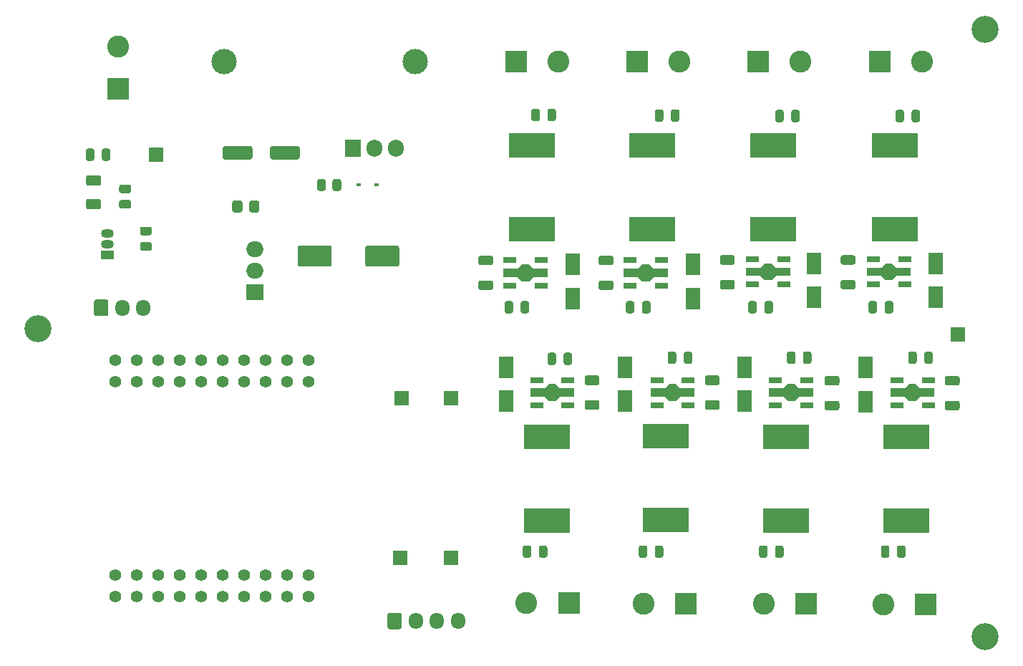
<source format=gts>
G04 #@! TF.GenerationSoftware,KiCad,Pcbnew,5.1.11-e4df9d881f~92~ubuntu20.04.1*
G04 #@! TF.CreationDate,2021-10-29T00:11:59+02:00*
G04 #@! TF.ProjectId,CC dimmer low voltage,43432064-696d-46d6-9572-206c6f772076,0.95*
G04 #@! TF.SameCoordinates,Original*
G04 #@! TF.FileFunction,Soldermask,Top*
G04 #@! TF.FilePolarity,Negative*
%FSLAX46Y46*%
G04 Gerber Fmt 4.6, Leading zero omitted, Abs format (unit mm)*
G04 Created by KiCad (PCBNEW 5.1.11-e4df9d881f~92~ubuntu20.04.1) date 2021-10-29 00:11:59*
%MOMM*%
%LPD*%
G01*
G04 APERTURE LIST*
%ADD10C,3.000000*%
%ADD11R,1.500000X0.700000*%
%ADD12C,0.150000*%
%ADD13C,1.400000*%
%ADD14R,1.700000X1.700000*%
%ADD15R,5.400000X2.900000*%
%ADD16R,1.800000X2.500000*%
%ADD17C,3.200000*%
%ADD18R,0.600000X0.450000*%
%ADD19O,1.700000X1.950000*%
%ADD20O,1.905000X2.000000*%
%ADD21R,1.905000X2.000000*%
%ADD22O,1.500000X1.050000*%
%ADD23R,1.500000X1.050000*%
%ADD24R,2.000000X1.905000*%
%ADD25O,2.000000X1.905000*%
%ADD26C,2.600000*%
%ADD27R,2.600000X2.600000*%
G04 APERTURE END LIST*
D10*
X145186400Y-47828200D03*
X122586400Y-47828200D03*
D11*
X185094000Y-74144000D03*
X185094000Y-71144000D03*
X188794000Y-74144000D03*
X188794000Y-71144000D03*
D12*
G36*
X186044000Y-73144000D02*
G01*
X184344000Y-73144000D01*
X184344000Y-72144000D01*
X186044000Y-72144000D01*
X186544000Y-71644000D01*
X187344000Y-71644000D01*
X187844000Y-72144000D01*
X189544000Y-72144000D01*
X189544000Y-73144000D01*
X187844000Y-73144000D01*
X187344000Y-73644000D01*
X186544000Y-73644000D01*
X186044000Y-73144000D01*
G37*
D13*
X132562600Y-83108800D03*
X132562600Y-85648800D03*
X130022600Y-83108800D03*
X130022600Y-85648800D03*
X127482600Y-83108800D03*
X127482600Y-85648800D03*
X124942600Y-83108800D03*
X124942600Y-85648800D03*
X122402600Y-83108800D03*
X122402600Y-85648800D03*
X119862600Y-83108800D03*
X119862600Y-85648800D03*
X117322600Y-83108800D03*
X117322600Y-85648800D03*
X114782600Y-83108800D03*
X114782600Y-85648800D03*
X112242600Y-83108800D03*
X112242600Y-85648800D03*
X109702600Y-83108800D03*
X109702600Y-85648800D03*
X132562600Y-108508800D03*
X132562600Y-111048800D03*
X130022600Y-108508800D03*
X130022600Y-111048800D03*
X127482600Y-108508800D03*
X127482600Y-111048800D03*
X124942600Y-108508800D03*
X124942600Y-111048800D03*
X122402600Y-108508800D03*
X122402600Y-111048800D03*
X119862600Y-108508800D03*
X119862600Y-111048800D03*
X117322600Y-108508800D03*
X117322600Y-111048800D03*
X114782600Y-108508800D03*
X114782600Y-111048800D03*
X112242600Y-108508800D03*
X112242600Y-111048800D03*
X109702600Y-111048800D03*
X109702600Y-108508800D03*
D14*
X149453600Y-106476800D03*
X149479000Y-87604600D03*
D15*
X174879000Y-92078000D03*
X174879000Y-101978000D03*
D16*
X198437500Y-83979000D03*
X198437500Y-87979000D03*
D17*
X212598000Y-43942000D03*
D16*
X170053000Y-87915500D03*
X170053000Y-83915500D03*
G36*
G01*
X157676000Y-77310000D02*
X157676000Y-76360000D01*
G75*
G02*
X157926000Y-76110000I250000J0D01*
G01*
X158426000Y-76110000D01*
G75*
G02*
X158676000Y-76360000I0J-250000D01*
G01*
X158676000Y-77310000D01*
G75*
G02*
X158426000Y-77560000I-250000J0D01*
G01*
X157926000Y-77560000D01*
G75*
G02*
X157676000Y-77310000I0J250000D01*
G01*
G37*
G36*
G01*
X155776000Y-77310000D02*
X155776000Y-76360000D01*
G75*
G02*
X156026000Y-76110000I250000J0D01*
G01*
X156526000Y-76110000D01*
G75*
G02*
X156776000Y-76360000I0J-250000D01*
G01*
X156776000Y-77310000D01*
G75*
G02*
X156526000Y-77560000I-250000J0D01*
G01*
X156026000Y-77560000D01*
G75*
G02*
X155776000Y-77310000I0J250000D01*
G01*
G37*
G36*
G01*
X161851000Y-53627000D02*
X161851000Y-54577000D01*
G75*
G02*
X161601000Y-54827000I-250000J0D01*
G01*
X161101000Y-54827000D01*
G75*
G02*
X160851000Y-54577000I0J250000D01*
G01*
X160851000Y-53627000D01*
G75*
G02*
X161101000Y-53377000I250000J0D01*
G01*
X161601000Y-53377000D01*
G75*
G02*
X161851000Y-53627000I0J-250000D01*
G01*
G37*
G36*
G01*
X159951000Y-53627000D02*
X159951000Y-54577000D01*
G75*
G02*
X159701000Y-54827000I-250000J0D01*
G01*
X159201000Y-54827000D01*
G75*
G02*
X158951000Y-54577000I0J250000D01*
G01*
X158951000Y-53627000D01*
G75*
G02*
X159201000Y-53377000I250000J0D01*
G01*
X159701000Y-53377000D01*
G75*
G02*
X159951000Y-53627000I0J-250000D01*
G01*
G37*
G36*
G01*
X170127000Y-77310000D02*
X170127000Y-76360000D01*
G75*
G02*
X170377000Y-76110000I250000J0D01*
G01*
X170877000Y-76110000D01*
G75*
G02*
X171127000Y-76360000I0J-250000D01*
G01*
X171127000Y-77310000D01*
G75*
G02*
X170877000Y-77560000I-250000J0D01*
G01*
X170377000Y-77560000D01*
G75*
G02*
X170127000Y-77310000I0J250000D01*
G01*
G37*
G36*
G01*
X172027000Y-77310000D02*
X172027000Y-76360000D01*
G75*
G02*
X172277000Y-76110000I250000J0D01*
G01*
X172777000Y-76110000D01*
G75*
G02*
X173027000Y-76360000I0J-250000D01*
G01*
X173027000Y-77310000D01*
G75*
G02*
X172777000Y-77560000I-250000J0D01*
G01*
X172277000Y-77560000D01*
G75*
G02*
X172027000Y-77310000I0J250000D01*
G01*
G37*
G36*
G01*
X176456000Y-53690500D02*
X176456000Y-54640500D01*
G75*
G02*
X176206000Y-54890500I-250000J0D01*
G01*
X175706000Y-54890500D01*
G75*
G02*
X175456000Y-54640500I0J250000D01*
G01*
X175456000Y-53690500D01*
G75*
G02*
X175706000Y-53440500I250000J0D01*
G01*
X176206000Y-53440500D01*
G75*
G02*
X176456000Y-53690500I0J-250000D01*
G01*
G37*
G36*
G01*
X174556000Y-53690500D02*
X174556000Y-54640500D01*
G75*
G02*
X174306000Y-54890500I-250000J0D01*
G01*
X173806000Y-54890500D01*
G75*
G02*
X173556000Y-54640500I0J250000D01*
G01*
X173556000Y-53690500D01*
G75*
G02*
X173806000Y-53440500I250000J0D01*
G01*
X174306000Y-53440500D01*
G75*
G02*
X174556000Y-53690500I0J-250000D01*
G01*
G37*
G36*
G01*
X184605000Y-77310000D02*
X184605000Y-76360000D01*
G75*
G02*
X184855000Y-76110000I250000J0D01*
G01*
X185355000Y-76110000D01*
G75*
G02*
X185605000Y-76360000I0J-250000D01*
G01*
X185605000Y-77310000D01*
G75*
G02*
X185355000Y-77560000I-250000J0D01*
G01*
X184855000Y-77560000D01*
G75*
G02*
X184605000Y-77310000I0J250000D01*
G01*
G37*
G36*
G01*
X186505000Y-77310000D02*
X186505000Y-76360000D01*
G75*
G02*
X186755000Y-76110000I250000J0D01*
G01*
X187255000Y-76110000D01*
G75*
G02*
X187505000Y-76360000I0J-250000D01*
G01*
X187505000Y-77310000D01*
G75*
G02*
X187255000Y-77560000I-250000J0D01*
G01*
X186755000Y-77560000D01*
G75*
G02*
X186505000Y-77310000I0J250000D01*
G01*
G37*
G36*
G01*
X188780000Y-53754000D02*
X188780000Y-54704000D01*
G75*
G02*
X188530000Y-54954000I-250000J0D01*
G01*
X188030000Y-54954000D01*
G75*
G02*
X187780000Y-54704000I0J250000D01*
G01*
X187780000Y-53754000D01*
G75*
G02*
X188030000Y-53504000I250000J0D01*
G01*
X188530000Y-53504000D01*
G75*
G02*
X188780000Y-53754000I0J-250000D01*
G01*
G37*
G36*
G01*
X190680000Y-53754000D02*
X190680000Y-54704000D01*
G75*
G02*
X190430000Y-54954000I-250000J0D01*
G01*
X189930000Y-54954000D01*
G75*
G02*
X189680000Y-54704000I0J250000D01*
G01*
X189680000Y-53754000D01*
G75*
G02*
X189930000Y-53504000I250000J0D01*
G01*
X190430000Y-53504000D01*
G75*
G02*
X190680000Y-53754000I0J-250000D01*
G01*
G37*
G36*
G01*
X200729000Y-77310000D02*
X200729000Y-76360000D01*
G75*
G02*
X200979000Y-76110000I250000J0D01*
G01*
X201479000Y-76110000D01*
G75*
G02*
X201729000Y-76360000I0J-250000D01*
G01*
X201729000Y-77310000D01*
G75*
G02*
X201479000Y-77560000I-250000J0D01*
G01*
X200979000Y-77560000D01*
G75*
G02*
X200729000Y-77310000I0J250000D01*
G01*
G37*
G36*
G01*
X198829000Y-77310000D02*
X198829000Y-76360000D01*
G75*
G02*
X199079000Y-76110000I250000J0D01*
G01*
X199579000Y-76110000D01*
G75*
G02*
X199829000Y-76360000I0J-250000D01*
G01*
X199829000Y-77310000D01*
G75*
G02*
X199579000Y-77560000I-250000J0D01*
G01*
X199079000Y-77560000D01*
G75*
G02*
X198829000Y-77310000I0J250000D01*
G01*
G37*
G36*
G01*
X204904000Y-53754000D02*
X204904000Y-54704000D01*
G75*
G02*
X204654000Y-54954000I-250000J0D01*
G01*
X204154000Y-54954000D01*
G75*
G02*
X203904000Y-54704000I0J250000D01*
G01*
X203904000Y-53754000D01*
G75*
G02*
X204154000Y-53504000I250000J0D01*
G01*
X204654000Y-53504000D01*
G75*
G02*
X204904000Y-53754000I0J-250000D01*
G01*
G37*
G36*
G01*
X203004000Y-53754000D02*
X203004000Y-54704000D01*
G75*
G02*
X202754000Y-54954000I-250000J0D01*
G01*
X202254000Y-54954000D01*
G75*
G02*
X202004000Y-54704000I0J250000D01*
G01*
X202004000Y-53754000D01*
G75*
G02*
X202254000Y-53504000I250000J0D01*
G01*
X202754000Y-53504000D01*
G75*
G02*
X203004000Y-53754000I0J-250000D01*
G01*
G37*
G36*
G01*
X204528000Y-82329000D02*
X204528000Y-83279000D01*
G75*
G02*
X204278000Y-83529000I-250000J0D01*
G01*
X203778000Y-83529000D01*
G75*
G02*
X203528000Y-83279000I0J250000D01*
G01*
X203528000Y-82329000D01*
G75*
G02*
X203778000Y-82079000I250000J0D01*
G01*
X204278000Y-82079000D01*
G75*
G02*
X204528000Y-82329000I0J-250000D01*
G01*
G37*
G36*
G01*
X206428000Y-82329000D02*
X206428000Y-83279000D01*
G75*
G02*
X206178000Y-83529000I-250000J0D01*
G01*
X205678000Y-83529000D01*
G75*
G02*
X205428000Y-83279000I0J250000D01*
G01*
X205428000Y-82329000D01*
G75*
G02*
X205678000Y-82079000I250000J0D01*
G01*
X206178000Y-82079000D01*
G75*
G02*
X206428000Y-82329000I0J-250000D01*
G01*
G37*
G36*
G01*
X203189500Y-105252500D02*
X203189500Y-106202500D01*
G75*
G02*
X202939500Y-106452500I-250000J0D01*
G01*
X202439500Y-106452500D01*
G75*
G02*
X202189500Y-106202500I0J250000D01*
G01*
X202189500Y-105252500D01*
G75*
G02*
X202439500Y-105002500I250000J0D01*
G01*
X202939500Y-105002500D01*
G75*
G02*
X203189500Y-105252500I0J-250000D01*
G01*
G37*
G36*
G01*
X201289500Y-105252500D02*
X201289500Y-106202500D01*
G75*
G02*
X201039500Y-106452500I-250000J0D01*
G01*
X200539500Y-106452500D01*
G75*
G02*
X200289500Y-106202500I0J250000D01*
G01*
X200289500Y-105252500D01*
G75*
G02*
X200539500Y-105002500I250000J0D01*
G01*
X201039500Y-105002500D01*
G75*
G02*
X201289500Y-105252500I0J-250000D01*
G01*
G37*
G36*
G01*
X190177000Y-82329000D02*
X190177000Y-83279000D01*
G75*
G02*
X189927000Y-83529000I-250000J0D01*
G01*
X189427000Y-83529000D01*
G75*
G02*
X189177000Y-83279000I0J250000D01*
G01*
X189177000Y-82329000D01*
G75*
G02*
X189427000Y-82079000I250000J0D01*
G01*
X189927000Y-82079000D01*
G75*
G02*
X190177000Y-82329000I0J-250000D01*
G01*
G37*
G36*
G01*
X192077000Y-82329000D02*
X192077000Y-83279000D01*
G75*
G02*
X191827000Y-83529000I-250000J0D01*
G01*
X191327000Y-83529000D01*
G75*
G02*
X191077000Y-83279000I0J250000D01*
G01*
X191077000Y-82329000D01*
G75*
G02*
X191327000Y-82079000I250000J0D01*
G01*
X191827000Y-82079000D01*
G75*
G02*
X192077000Y-82329000I0J-250000D01*
G01*
G37*
G36*
G01*
X186875000Y-105252500D02*
X186875000Y-106202500D01*
G75*
G02*
X186625000Y-106452500I-250000J0D01*
G01*
X186125000Y-106452500D01*
G75*
G02*
X185875000Y-106202500I0J250000D01*
G01*
X185875000Y-105252500D01*
G75*
G02*
X186125000Y-105002500I250000J0D01*
G01*
X186625000Y-105002500D01*
G75*
G02*
X186875000Y-105252500I0J-250000D01*
G01*
G37*
G36*
G01*
X188775000Y-105252500D02*
X188775000Y-106202500D01*
G75*
G02*
X188525000Y-106452500I-250000J0D01*
G01*
X188025000Y-106452500D01*
G75*
G02*
X187775000Y-106202500I0J250000D01*
G01*
X187775000Y-105252500D01*
G75*
G02*
X188025000Y-105002500I250000J0D01*
G01*
X188525000Y-105002500D01*
G75*
G02*
X188775000Y-105252500I0J-250000D01*
G01*
G37*
G36*
G01*
X177980000Y-82329000D02*
X177980000Y-83279000D01*
G75*
G02*
X177730000Y-83529000I-250000J0D01*
G01*
X177230000Y-83529000D01*
G75*
G02*
X176980000Y-83279000I0J250000D01*
G01*
X176980000Y-82329000D01*
G75*
G02*
X177230000Y-82079000I250000J0D01*
G01*
X177730000Y-82079000D01*
G75*
G02*
X177980000Y-82329000I0J-250000D01*
G01*
G37*
G36*
G01*
X176080000Y-82329000D02*
X176080000Y-83279000D01*
G75*
G02*
X175830000Y-83529000I-250000J0D01*
G01*
X175330000Y-83529000D01*
G75*
G02*
X175080000Y-83279000I0J250000D01*
G01*
X175080000Y-82329000D01*
G75*
G02*
X175330000Y-82079000I250000J0D01*
G01*
X175830000Y-82079000D01*
G75*
G02*
X176080000Y-82329000I0J-250000D01*
G01*
G37*
G36*
G01*
X172651000Y-105252500D02*
X172651000Y-106202500D01*
G75*
G02*
X172401000Y-106452500I-250000J0D01*
G01*
X171901000Y-106452500D01*
G75*
G02*
X171651000Y-106202500I0J250000D01*
G01*
X171651000Y-105252500D01*
G75*
G02*
X171901000Y-105002500I250000J0D01*
G01*
X172401000Y-105002500D01*
G75*
G02*
X172651000Y-105252500I0J-250000D01*
G01*
G37*
G36*
G01*
X174551000Y-105252500D02*
X174551000Y-106202500D01*
G75*
G02*
X174301000Y-106452500I-250000J0D01*
G01*
X173801000Y-106452500D01*
G75*
G02*
X173551000Y-106202500I0J250000D01*
G01*
X173551000Y-105252500D01*
G75*
G02*
X173801000Y-105002500I250000J0D01*
G01*
X174301000Y-105002500D01*
G75*
G02*
X174551000Y-105252500I0J-250000D01*
G01*
G37*
G36*
G01*
X161856000Y-82456000D02*
X161856000Y-83406000D01*
G75*
G02*
X161606000Y-83656000I-250000J0D01*
G01*
X161106000Y-83656000D01*
G75*
G02*
X160856000Y-83406000I0J250000D01*
G01*
X160856000Y-82456000D01*
G75*
G02*
X161106000Y-82206000I250000J0D01*
G01*
X161606000Y-82206000D01*
G75*
G02*
X161856000Y-82456000I0J-250000D01*
G01*
G37*
G36*
G01*
X163756000Y-82456000D02*
X163756000Y-83406000D01*
G75*
G02*
X163506000Y-83656000I-250000J0D01*
G01*
X163006000Y-83656000D01*
G75*
G02*
X162756000Y-83406000I0J250000D01*
G01*
X162756000Y-82456000D01*
G75*
G02*
X163006000Y-82206000I250000J0D01*
G01*
X163506000Y-82206000D01*
G75*
G02*
X163756000Y-82456000I0J-250000D01*
G01*
G37*
G36*
G01*
X160835000Y-105252500D02*
X160835000Y-106202500D01*
G75*
G02*
X160585000Y-106452500I-250000J0D01*
G01*
X160085000Y-106452500D01*
G75*
G02*
X159835000Y-106202500I0J250000D01*
G01*
X159835000Y-105252500D01*
G75*
G02*
X160085000Y-105002500I250000J0D01*
G01*
X160585000Y-105002500D01*
G75*
G02*
X160835000Y-105252500I0J-250000D01*
G01*
G37*
G36*
G01*
X158935000Y-105252500D02*
X158935000Y-106202500D01*
G75*
G02*
X158685000Y-106452500I-250000J0D01*
G01*
X158185000Y-106452500D01*
G75*
G02*
X157935000Y-106202500I0J250000D01*
G01*
X157935000Y-105252500D01*
G75*
G02*
X158185000Y-105002500I250000J0D01*
G01*
X158685000Y-105002500D01*
G75*
G02*
X158935000Y-105252500I0J-250000D01*
G01*
G37*
G36*
G01*
X143312400Y-69789800D02*
X143312400Y-71789800D01*
G75*
G02*
X143062400Y-72039800I-250000J0D01*
G01*
X139562400Y-72039800D01*
G75*
G02*
X139312400Y-71789800I0J250000D01*
G01*
X139312400Y-69789800D01*
G75*
G02*
X139562400Y-69539800I250000J0D01*
G01*
X143062400Y-69539800D01*
G75*
G02*
X143312400Y-69789800I0J-250000D01*
G01*
G37*
G36*
G01*
X135312400Y-69789800D02*
X135312400Y-71789800D01*
G75*
G02*
X135062400Y-72039800I-250000J0D01*
G01*
X131562400Y-72039800D01*
G75*
G02*
X131312400Y-71789800I0J250000D01*
G01*
X131312400Y-69789800D01*
G75*
G02*
X131562400Y-69539800I250000J0D01*
G01*
X135062400Y-69539800D01*
G75*
G02*
X135312400Y-69789800I0J-250000D01*
G01*
G37*
G36*
G01*
X122450000Y-59122400D02*
X122450000Y-58022400D01*
G75*
G02*
X122700000Y-57772400I250000J0D01*
G01*
X125700000Y-57772400D01*
G75*
G02*
X125950000Y-58022400I0J-250000D01*
G01*
X125950000Y-59122400D01*
G75*
G02*
X125700000Y-59372400I-250000J0D01*
G01*
X122700000Y-59372400D01*
G75*
G02*
X122450000Y-59122400I0J250000D01*
G01*
G37*
G36*
G01*
X128050000Y-59122400D02*
X128050000Y-58022400D01*
G75*
G02*
X128300000Y-57772400I250000J0D01*
G01*
X131300000Y-57772400D01*
G75*
G02*
X131550000Y-58022400I0J-250000D01*
G01*
X131550000Y-59122400D01*
G75*
G02*
X131300000Y-59372400I-250000J0D01*
G01*
X128300000Y-59372400D01*
G75*
G02*
X128050000Y-59122400I0J250000D01*
G01*
G37*
G36*
G01*
X109146000Y-58326000D02*
X109146000Y-59276000D01*
G75*
G02*
X108896000Y-59526000I-250000J0D01*
G01*
X108396000Y-59526000D01*
G75*
G02*
X108146000Y-59276000I0J250000D01*
G01*
X108146000Y-58326000D01*
G75*
G02*
X108396000Y-58076000I250000J0D01*
G01*
X108896000Y-58076000D01*
G75*
G02*
X109146000Y-58326000I0J-250000D01*
G01*
G37*
G36*
G01*
X107246000Y-58326000D02*
X107246000Y-59276000D01*
G75*
G02*
X106996000Y-59526000I-250000J0D01*
G01*
X106496000Y-59526000D01*
G75*
G02*
X106246000Y-59276000I0J250000D01*
G01*
X106246000Y-58326000D01*
G75*
G02*
X106496000Y-58076000I250000J0D01*
G01*
X106996000Y-58076000D01*
G75*
G02*
X107246000Y-58326000I0J-250000D01*
G01*
G37*
X163830000Y-75787000D03*
X163830000Y-71787000D03*
X178054000Y-75787000D03*
X178054000Y-71787000D03*
X192405000Y-75660000D03*
X192405000Y-71660000D03*
X206756000Y-71660000D03*
X206756000Y-75660000D03*
X184150000Y-87915500D03*
X184150000Y-83915500D03*
X155956000Y-87915500D03*
X155956000Y-83915500D03*
D18*
X140648400Y-62382400D03*
X138548400Y-62382400D03*
G36*
G01*
X106537600Y-61221000D02*
X107787600Y-61221000D01*
G75*
G02*
X108037600Y-61471000I0J-250000D01*
G01*
X108037600Y-62221000D01*
G75*
G02*
X107787600Y-62471000I-250000J0D01*
G01*
X106537600Y-62471000D01*
G75*
G02*
X106287600Y-62221000I0J250000D01*
G01*
X106287600Y-61471000D01*
G75*
G02*
X106537600Y-61221000I250000J0D01*
G01*
G37*
G36*
G01*
X106537600Y-64021000D02*
X107787600Y-64021000D01*
G75*
G02*
X108037600Y-64271000I0J-250000D01*
G01*
X108037600Y-65021000D01*
G75*
G02*
X107787600Y-65271000I-250000J0D01*
G01*
X106537600Y-65271000D01*
G75*
G02*
X106287600Y-65021000I0J250000D01*
G01*
X106287600Y-64271000D01*
G75*
G02*
X106537600Y-64021000I250000J0D01*
G01*
G37*
G36*
G01*
X123571200Y-65372401D02*
X123571200Y-64472399D01*
G75*
G02*
X123821199Y-64222400I249999J0D01*
G01*
X124521201Y-64222400D01*
G75*
G02*
X124771200Y-64472399I0J-249999D01*
G01*
X124771200Y-65372401D01*
G75*
G02*
X124521201Y-65622400I-249999J0D01*
G01*
X123821199Y-65622400D01*
G75*
G02*
X123571200Y-65372401I0J249999D01*
G01*
G37*
G36*
G01*
X125571200Y-65372401D02*
X125571200Y-64472399D01*
G75*
G02*
X125821199Y-64222400I249999J0D01*
G01*
X126521201Y-64222400D01*
G75*
G02*
X126771200Y-64472399I0J-249999D01*
G01*
X126771200Y-65372401D01*
G75*
G02*
X126521201Y-65622400I-249999J0D01*
G01*
X125821199Y-65622400D01*
G75*
G02*
X125571200Y-65372401I0J249999D01*
G01*
G37*
D17*
X100584000Y-79375000D03*
X212572600Y-115773200D03*
G36*
G01*
X107227000Y-77636200D02*
X107227000Y-76186200D01*
G75*
G02*
X107477000Y-75936200I250000J0D01*
G01*
X108677000Y-75936200D01*
G75*
G02*
X108927000Y-76186200I0J-250000D01*
G01*
X108927000Y-77636200D01*
G75*
G02*
X108677000Y-77886200I-250000J0D01*
G01*
X107477000Y-77886200D01*
G75*
G02*
X107227000Y-77636200I0J250000D01*
G01*
G37*
D19*
X110577000Y-76911200D03*
X113077000Y-76911200D03*
G36*
G01*
X141923400Y-114644000D02*
X141923400Y-113194000D01*
G75*
G02*
X142173400Y-112944000I250000J0D01*
G01*
X143373400Y-112944000D01*
G75*
G02*
X143623400Y-113194000I0J-250000D01*
G01*
X143623400Y-114644000D01*
G75*
G02*
X143373400Y-114894000I-250000J0D01*
G01*
X142173400Y-114894000D01*
G75*
G02*
X141923400Y-114644000I0J250000D01*
G01*
G37*
X145273400Y-113919000D03*
X147773400Y-113919000D03*
X150273400Y-113919000D03*
D14*
X143560800Y-87604600D03*
X143459200Y-106426000D03*
X209423000Y-80010000D03*
X114579400Y-58801000D03*
D15*
X159004000Y-67561000D03*
X159004000Y-57661000D03*
X173228000Y-57661000D03*
X173228000Y-67561000D03*
X187579000Y-57661000D03*
X187579000Y-67561000D03*
X201930000Y-67561000D03*
X201930000Y-57661000D03*
X203263500Y-92141500D03*
X203263500Y-102041500D03*
X189039500Y-92141500D03*
X189039500Y-102041500D03*
X160782000Y-102041500D03*
X160782000Y-92141500D03*
D20*
X142951200Y-58013600D03*
X140411200Y-58013600D03*
D21*
X137871200Y-58013600D03*
G36*
G01*
X152917997Y-70746000D02*
X154168003Y-70746000D01*
G75*
G02*
X154418000Y-70995997I0J-249997D01*
G01*
X154418000Y-71621003D01*
G75*
G02*
X154168003Y-71871000I-249997J0D01*
G01*
X152917997Y-71871000D01*
G75*
G02*
X152668000Y-71621003I0J249997D01*
G01*
X152668000Y-70995997D01*
G75*
G02*
X152917997Y-70746000I249997J0D01*
G01*
G37*
G36*
G01*
X152917997Y-73671000D02*
X154168003Y-73671000D01*
G75*
G02*
X154418000Y-73920997I0J-249997D01*
G01*
X154418000Y-74546003D01*
G75*
G02*
X154168003Y-74796000I-249997J0D01*
G01*
X152917997Y-74796000D01*
G75*
G02*
X152668000Y-74546003I0J249997D01*
G01*
X152668000Y-73920997D01*
G75*
G02*
X152917997Y-73671000I249997J0D01*
G01*
G37*
G36*
G01*
X167141997Y-73671000D02*
X168392003Y-73671000D01*
G75*
G02*
X168642000Y-73920997I0J-249997D01*
G01*
X168642000Y-74546003D01*
G75*
G02*
X168392003Y-74796000I-249997J0D01*
G01*
X167141997Y-74796000D01*
G75*
G02*
X166892000Y-74546003I0J249997D01*
G01*
X166892000Y-73920997D01*
G75*
G02*
X167141997Y-73671000I249997J0D01*
G01*
G37*
G36*
G01*
X167141997Y-70746000D02*
X168392003Y-70746000D01*
G75*
G02*
X168642000Y-70995997I0J-249997D01*
G01*
X168642000Y-71621003D01*
G75*
G02*
X168392003Y-71871000I-249997J0D01*
G01*
X167141997Y-71871000D01*
G75*
G02*
X166892000Y-71621003I0J249997D01*
G01*
X166892000Y-70995997D01*
G75*
G02*
X167141997Y-70746000I249997J0D01*
G01*
G37*
G36*
G01*
X181492997Y-73605500D02*
X182743003Y-73605500D01*
G75*
G02*
X182993000Y-73855497I0J-249997D01*
G01*
X182993000Y-74480503D01*
G75*
G02*
X182743003Y-74730500I-249997J0D01*
G01*
X181492997Y-74730500D01*
G75*
G02*
X181243000Y-74480503I0J249997D01*
G01*
X181243000Y-73855497D01*
G75*
G02*
X181492997Y-73605500I249997J0D01*
G01*
G37*
G36*
G01*
X181492997Y-70680500D02*
X182743003Y-70680500D01*
G75*
G02*
X182993000Y-70930497I0J-249997D01*
G01*
X182993000Y-71555503D01*
G75*
G02*
X182743003Y-71805500I-249997J0D01*
G01*
X181492997Y-71805500D01*
G75*
G02*
X181243000Y-71555503I0J249997D01*
G01*
X181243000Y-70930497D01*
G75*
G02*
X181492997Y-70680500I249997J0D01*
G01*
G37*
G36*
G01*
X195780497Y-70682500D02*
X197030503Y-70682500D01*
G75*
G02*
X197280500Y-70932497I0J-249997D01*
G01*
X197280500Y-71557503D01*
G75*
G02*
X197030503Y-71807500I-249997J0D01*
G01*
X195780497Y-71807500D01*
G75*
G02*
X195530500Y-71557503I0J249997D01*
G01*
X195530500Y-70932497D01*
G75*
G02*
X195780497Y-70682500I249997J0D01*
G01*
G37*
G36*
G01*
X195780497Y-73607500D02*
X197030503Y-73607500D01*
G75*
G02*
X197280500Y-73857497I0J-249997D01*
G01*
X197280500Y-74482503D01*
G75*
G02*
X197030503Y-74732500I-249997J0D01*
G01*
X195780497Y-74732500D01*
G75*
G02*
X195530500Y-74482503I0J249997D01*
G01*
X195530500Y-73857497D01*
G75*
G02*
X195780497Y-73607500I249997J0D01*
G01*
G37*
G36*
G01*
X209349503Y-86095000D02*
X208099497Y-86095000D01*
G75*
G02*
X207849500Y-85845003I0J249997D01*
G01*
X207849500Y-85219997D01*
G75*
G02*
X208099497Y-84970000I249997J0D01*
G01*
X209349503Y-84970000D01*
G75*
G02*
X209599500Y-85219997I0J-249997D01*
G01*
X209599500Y-85845003D01*
G75*
G02*
X209349503Y-86095000I-249997J0D01*
G01*
G37*
G36*
G01*
X209349503Y-89020000D02*
X208099497Y-89020000D01*
G75*
G02*
X207849500Y-88770003I0J249997D01*
G01*
X207849500Y-88144997D01*
G75*
G02*
X208099497Y-87895000I249997J0D01*
G01*
X209349503Y-87895000D01*
G75*
G02*
X209599500Y-88144997I0J-249997D01*
G01*
X209599500Y-88770003D01*
G75*
G02*
X209349503Y-89020000I-249997J0D01*
G01*
G37*
G36*
G01*
X195125503Y-89018000D02*
X193875497Y-89018000D01*
G75*
G02*
X193625500Y-88768003I0J249997D01*
G01*
X193625500Y-88142997D01*
G75*
G02*
X193875497Y-87893000I249997J0D01*
G01*
X195125503Y-87893000D01*
G75*
G02*
X195375500Y-88142997I0J-249997D01*
G01*
X195375500Y-88768003D01*
G75*
G02*
X195125503Y-89018000I-249997J0D01*
G01*
G37*
G36*
G01*
X195125503Y-86093000D02*
X193875497Y-86093000D01*
G75*
G02*
X193625500Y-85843003I0J249997D01*
G01*
X193625500Y-85217997D01*
G75*
G02*
X193875497Y-84968000I249997J0D01*
G01*
X195125503Y-84968000D01*
G75*
G02*
X195375500Y-85217997I0J-249997D01*
G01*
X195375500Y-85843003D01*
G75*
G02*
X195125503Y-86093000I-249997J0D01*
G01*
G37*
G36*
G01*
X180965003Y-86031500D02*
X179714997Y-86031500D01*
G75*
G02*
X179465000Y-85781503I0J249997D01*
G01*
X179465000Y-85156497D01*
G75*
G02*
X179714997Y-84906500I249997J0D01*
G01*
X180965003Y-84906500D01*
G75*
G02*
X181215000Y-85156497I0J-249997D01*
G01*
X181215000Y-85781503D01*
G75*
G02*
X180965003Y-86031500I-249997J0D01*
G01*
G37*
G36*
G01*
X180965003Y-88956500D02*
X179714997Y-88956500D01*
G75*
G02*
X179465000Y-88706503I0J249997D01*
G01*
X179465000Y-88081497D01*
G75*
G02*
X179714997Y-87831500I249997J0D01*
G01*
X180965003Y-87831500D01*
G75*
G02*
X181215000Y-88081497I0J-249997D01*
G01*
X181215000Y-88706503D01*
G75*
G02*
X180965003Y-88956500I-249997J0D01*
G01*
G37*
G36*
G01*
X166741003Y-88956500D02*
X165490997Y-88956500D01*
G75*
G02*
X165241000Y-88706503I0J249997D01*
G01*
X165241000Y-88081497D01*
G75*
G02*
X165490997Y-87831500I249997J0D01*
G01*
X166741003Y-87831500D01*
G75*
G02*
X166991000Y-88081497I0J-249997D01*
G01*
X166991000Y-88706503D01*
G75*
G02*
X166741003Y-88956500I-249997J0D01*
G01*
G37*
G36*
G01*
X166741003Y-86031500D02*
X165490997Y-86031500D01*
G75*
G02*
X165241000Y-85781503I0J249997D01*
G01*
X165241000Y-85156497D01*
G75*
G02*
X165490997Y-84906500I249997J0D01*
G01*
X166741003Y-84906500D01*
G75*
G02*
X166991000Y-85156497I0J-249997D01*
G01*
X166991000Y-85781503D01*
G75*
G02*
X166741003Y-86031500I-249997J0D01*
G01*
G37*
G36*
G01*
X112910198Y-67307400D02*
X113810202Y-67307400D01*
G75*
G02*
X114060200Y-67557398I0J-249998D01*
G01*
X114060200Y-68082402D01*
G75*
G02*
X113810202Y-68332400I-249998J0D01*
G01*
X112910198Y-68332400D01*
G75*
G02*
X112660200Y-68082402I0J249998D01*
G01*
X112660200Y-67557398D01*
G75*
G02*
X112910198Y-67307400I249998J0D01*
G01*
G37*
G36*
G01*
X112910198Y-69132400D02*
X113810202Y-69132400D01*
G75*
G02*
X114060200Y-69382398I0J-249998D01*
G01*
X114060200Y-69907402D01*
G75*
G02*
X113810202Y-70157400I-249998J0D01*
G01*
X112910198Y-70157400D01*
G75*
G02*
X112660200Y-69907402I0J249998D01*
G01*
X112660200Y-69382398D01*
G75*
G02*
X112910198Y-69132400I249998J0D01*
G01*
G37*
G36*
G01*
X134626400Y-61932398D02*
X134626400Y-62832402D01*
G75*
G02*
X134376402Y-63082400I-249998J0D01*
G01*
X133851398Y-63082400D01*
G75*
G02*
X133601400Y-62832402I0J249998D01*
G01*
X133601400Y-61932398D01*
G75*
G02*
X133851398Y-61682400I249998J0D01*
G01*
X134376402Y-61682400D01*
G75*
G02*
X134626400Y-61932398I0J-249998D01*
G01*
G37*
G36*
G01*
X136451400Y-61932398D02*
X136451400Y-62832402D01*
G75*
G02*
X136201402Y-63082400I-249998J0D01*
G01*
X135676398Y-63082400D01*
G75*
G02*
X135426400Y-62832402I0J249998D01*
G01*
X135426400Y-61932398D01*
G75*
G02*
X135676398Y-61682400I249998J0D01*
G01*
X136201402Y-61682400D01*
G75*
G02*
X136451400Y-61932398I0J-249998D01*
G01*
G37*
G36*
G01*
X110446398Y-62329000D02*
X111346402Y-62329000D01*
G75*
G02*
X111596400Y-62578998I0J-249998D01*
G01*
X111596400Y-63104002D01*
G75*
G02*
X111346402Y-63354000I-249998J0D01*
G01*
X110446398Y-63354000D01*
G75*
G02*
X110196400Y-63104002I0J249998D01*
G01*
X110196400Y-62578998D01*
G75*
G02*
X110446398Y-62329000I249998J0D01*
G01*
G37*
G36*
G01*
X110446398Y-64154000D02*
X111346402Y-64154000D01*
G75*
G02*
X111596400Y-64403998I0J-249998D01*
G01*
X111596400Y-64929002D01*
G75*
G02*
X111346402Y-65179000I-249998J0D01*
G01*
X110446398Y-65179000D01*
G75*
G02*
X110196400Y-64929002I0J249998D01*
G01*
X110196400Y-64403998D01*
G75*
G02*
X110446398Y-64154000I249998J0D01*
G01*
G37*
D12*
G36*
X157342000Y-73271000D02*
G01*
X155642000Y-73271000D01*
X155642000Y-72271000D01*
X157342000Y-72271000D01*
X157842000Y-71771000D01*
X158642000Y-71771000D01*
X159142000Y-72271000D01*
X160842000Y-72271000D01*
X160842000Y-73271000D01*
X159142000Y-73271000D01*
X158642000Y-73771000D01*
X157842000Y-73771000D01*
X157342000Y-73271000D01*
G37*
D11*
X160092000Y-71271000D03*
X160092000Y-74271000D03*
X156392000Y-71271000D03*
X156392000Y-74271000D03*
D12*
G36*
X171566000Y-73271000D02*
G01*
X169866000Y-73271000D01*
X169866000Y-72271000D01*
X171566000Y-72271000D01*
X172066000Y-71771000D01*
X172866000Y-71771000D01*
X173366000Y-72271000D01*
X175066000Y-72271000D01*
X175066000Y-73271000D01*
X173366000Y-73271000D01*
X172866000Y-73771000D01*
X172066000Y-73771000D01*
X171566000Y-73271000D01*
G37*
D11*
X174316000Y-71271000D03*
X174316000Y-74271000D03*
X170616000Y-71271000D03*
X170616000Y-74271000D03*
D12*
G36*
X200331500Y-73144000D02*
G01*
X198631500Y-73144000D01*
X198631500Y-72144000D01*
X200331500Y-72144000D01*
X200831500Y-71644000D01*
X201631500Y-71644000D01*
X202131500Y-72144000D01*
X203831500Y-72144000D01*
X203831500Y-73144000D01*
X202131500Y-73144000D01*
X201631500Y-73644000D01*
X200831500Y-73644000D01*
X200331500Y-73144000D01*
G37*
D11*
X203081500Y-71144000D03*
X203081500Y-74144000D03*
X199381500Y-71144000D03*
X199381500Y-74144000D03*
X205875500Y-85431500D03*
X205875500Y-88431500D03*
X202175500Y-85431500D03*
X202175500Y-88431500D03*
D12*
G36*
X204925500Y-86431500D02*
G01*
X206625500Y-86431500D01*
X206625500Y-87431500D01*
X204925500Y-87431500D01*
X204425500Y-87931500D01*
X203625500Y-87931500D01*
X203125500Y-87431500D01*
X201425500Y-87431500D01*
X201425500Y-86431500D01*
X203125500Y-86431500D01*
X203625500Y-85931500D01*
X204425500Y-85931500D01*
X204925500Y-86431500D01*
G37*
D11*
X191524500Y-85431500D03*
X191524500Y-88431500D03*
X187824500Y-85431500D03*
X187824500Y-88431500D03*
D12*
G36*
X190574500Y-86431500D02*
G01*
X192274500Y-86431500D01*
X192274500Y-87431500D01*
X190574500Y-87431500D01*
X190074500Y-87931500D01*
X189274500Y-87931500D01*
X188774500Y-87431500D01*
X187074500Y-87431500D01*
X187074500Y-86431500D01*
X188774500Y-86431500D01*
X189274500Y-85931500D01*
X190074500Y-85931500D01*
X190574500Y-86431500D01*
G37*
D11*
X177491000Y-85431500D03*
X177491000Y-88431500D03*
X173791000Y-85431500D03*
X173791000Y-88431500D03*
D12*
G36*
X176541000Y-86431500D02*
G01*
X178241000Y-86431500D01*
X178241000Y-87431500D01*
X176541000Y-87431500D01*
X176041000Y-87931500D01*
X175241000Y-87931500D01*
X174741000Y-87431500D01*
X173041000Y-87431500D01*
X173041000Y-86431500D01*
X174741000Y-86431500D01*
X175241000Y-85931500D01*
X176041000Y-85931500D01*
X176541000Y-86431500D01*
G37*
G36*
X162317000Y-86431500D02*
G01*
X164017000Y-86431500D01*
X164017000Y-87431500D01*
X162317000Y-87431500D01*
X161817000Y-87931500D01*
X161017000Y-87931500D01*
X160517000Y-87431500D01*
X158817000Y-87431500D01*
X158817000Y-86431500D01*
X160517000Y-86431500D01*
X161017000Y-85931500D01*
X161817000Y-85931500D01*
X162317000Y-86431500D01*
G37*
D11*
X159567000Y-88431500D03*
X159567000Y-85431500D03*
X163267000Y-88431500D03*
X163267000Y-85431500D03*
D22*
X108788200Y-69392800D03*
X108788200Y-68122800D03*
D23*
X108788200Y-70662800D03*
D24*
X126238000Y-75082400D03*
D25*
X126238000Y-72542400D03*
X126238000Y-70002400D03*
D26*
X162162500Y-47815500D03*
D27*
X157162500Y-47815500D03*
D26*
X176450000Y-47815500D03*
D27*
X171450000Y-47815500D03*
D26*
X190801000Y-47752000D03*
D27*
X185801000Y-47752000D03*
D26*
X205152000Y-47752000D03*
D27*
X200152000Y-47752000D03*
X205600300Y-111988600D03*
D26*
X200600300Y-111988600D03*
D27*
X191439800Y-111861600D03*
D26*
X186439800Y-111861600D03*
D27*
X177215800Y-111861600D03*
D26*
X172215800Y-111861600D03*
D27*
X163372800Y-111798100D03*
D26*
X158372800Y-111798100D03*
D27*
X110032800Y-50977800D03*
D26*
X110032800Y-45977800D03*
M02*

</source>
